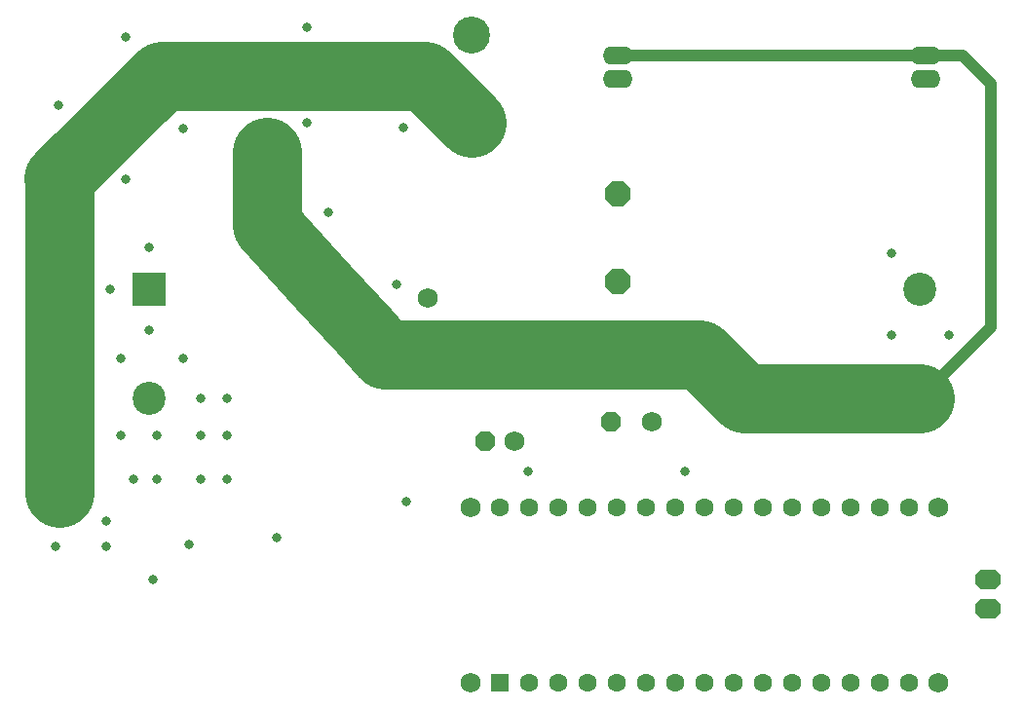
<source format=gbs>
G04*
G04 #@! TF.GenerationSoftware,Altium Limited,Altium Designer,19.1.8 (144)*
G04*
G04 Layer_Color=16711935*
%FSLAX25Y25*%
%MOIN*%
G70*
G01*
G75*
%ADD31R,0.11319X0.11319*%
%ADD32C,0.11319*%
%ADD33C,0.12661*%
%ADD34C,0.06890*%
%ADD35C,0.06894*%
%ADD36P,0.07462X8X202.5*%
%ADD37P,0.09627X8X112.5*%
G04:AMPARAMS|DCode=38|XSize=83.94mil|YSize=63.94mil|CornerRadius=0mil|HoleSize=0mil|Usage=FLASHONLY|Rotation=180.000|XOffset=0mil|YOffset=0mil|HoleType=Round|Shape=Octagon|*
%AMOCTAGOND38*
4,1,8,-0.04197,0.01598,-0.04197,-0.01598,-0.02598,-0.03197,0.02598,-0.03197,0.04197,-0.01598,0.04197,0.01598,0.02598,0.03197,-0.02598,0.03197,-0.04197,0.01598,0.0*
%
%ADD38OCTAGOND38*%

%ADD39R,0.06331X0.06331*%
%ADD40C,0.06331*%
%ADD41O,0.10236X0.06299*%
%ADD42C,0.03150*%
%ADD55C,0.03937*%
%ADD58C,0.23622*%
D31*
X53150Y156496D02*
D03*
X316929Y119095D02*
D03*
D32*
X53150D02*
D03*
X316929Y156496D02*
D03*
D33*
X163583Y243307D02*
D03*
X93504Y203543D02*
D03*
X163583Y213386D02*
D03*
X128543Y143701D02*
D03*
D34*
X148622Y153543D02*
D03*
X108465D02*
D03*
D35*
X225394Y111221D02*
D03*
X178228Y104331D02*
D03*
X323110Y21654D02*
D03*
Y81653D02*
D03*
X163110Y21654D02*
D03*
Y81653D02*
D03*
D36*
X211394Y111221D02*
D03*
X168228Y104331D02*
D03*
D37*
X213583Y159213D02*
D03*
Y189213D02*
D03*
D38*
X340174Y57156D02*
D03*
Y47157D02*
D03*
D39*
X173110Y21654D02*
D03*
D40*
X183110D02*
D03*
X193110D02*
D03*
X203110D02*
D03*
X213110D02*
D03*
X223110D02*
D03*
X233110D02*
D03*
X243110D02*
D03*
X253110D02*
D03*
X263110D02*
D03*
X273110D02*
D03*
X283110D02*
D03*
X293110D02*
D03*
X303110D02*
D03*
X313110D02*
D03*
Y81653D02*
D03*
X303110D02*
D03*
X293110D02*
D03*
X283110D02*
D03*
X273110D02*
D03*
X263110D02*
D03*
X253110D02*
D03*
X243110D02*
D03*
X233110D02*
D03*
X223110D02*
D03*
X213110D02*
D03*
X203110D02*
D03*
X193110D02*
D03*
X183110D02*
D03*
X173110D02*
D03*
D41*
X213583Y228543D02*
D03*
Y236417D02*
D03*
X318898Y228543D02*
D03*
Y236417D02*
D03*
D42*
X96850Y71260D02*
D03*
X79852Y91393D02*
D03*
X79773Y106265D02*
D03*
X79852Y119095D02*
D03*
X22133Y219291D02*
D03*
X45285Y242673D02*
D03*
X107087Y246127D02*
D03*
Y213317D02*
D03*
X66876Y69206D02*
D03*
X38583Y68487D02*
D03*
X21402D02*
D03*
X45285Y194058D02*
D03*
X65026Y211417D02*
D03*
X140122Y211811D02*
D03*
X137795Y158030D02*
D03*
X114567Y182677D02*
D03*
X326997Y140748D02*
D03*
X53355Y142263D02*
D03*
X39923Y156496D02*
D03*
X53129Y170866D02*
D03*
X307315Y140748D02*
D03*
X307172Y168898D02*
D03*
X141200Y83701D02*
D03*
X183071Y94095D02*
D03*
X236614D02*
D03*
X54665Y57087D02*
D03*
X71023Y119095D02*
D03*
Y106265D02*
D03*
Y91535D02*
D03*
X55967D02*
D03*
Y106265D02*
D03*
X65026Y132677D02*
D03*
X43715D02*
D03*
X144882Y220472D02*
D03*
X151181Y237402D02*
D03*
X107087Y220472D02*
D03*
Y238583D02*
D03*
X60630Y220472D02*
D03*
X52362Y234646D02*
D03*
X27953Y211417D02*
D03*
X38976Y200394D02*
D03*
X13093Y175984D02*
D03*
X31102D02*
D03*
X13093Y148031D02*
D03*
X31102D02*
D03*
X31890Y113751D02*
D03*
X13093Y113046D02*
D03*
X48031Y91393D02*
D03*
X21402Y77246D02*
D03*
X38583D02*
D03*
X43715Y106265D02*
D03*
D55*
X213583Y236417D02*
X318898D01*
X316929Y119095D02*
X341339Y143504D01*
Y226772D01*
X331693Y236417D02*
X341339Y226772D01*
X318898Y236417D02*
X331693D01*
D58*
X112717Y157454D02*
X126822Y142118D01*
X93504Y178347D02*
X112717Y157454D01*
X126822Y142118D02*
X134055Y134252D01*
X22407Y194488D02*
X57446Y229528D01*
X22441Y86614D02*
Y194488D01*
X57480Y229331D02*
X147441D01*
Y229528D02*
X163583Y213386D01*
X256890Y119095D02*
X316929D01*
X241732Y134252D02*
X256890Y119095D01*
X134055Y134252D02*
X241732Y134252D01*
X93504Y178347D02*
Y203543D01*
M02*

</source>
